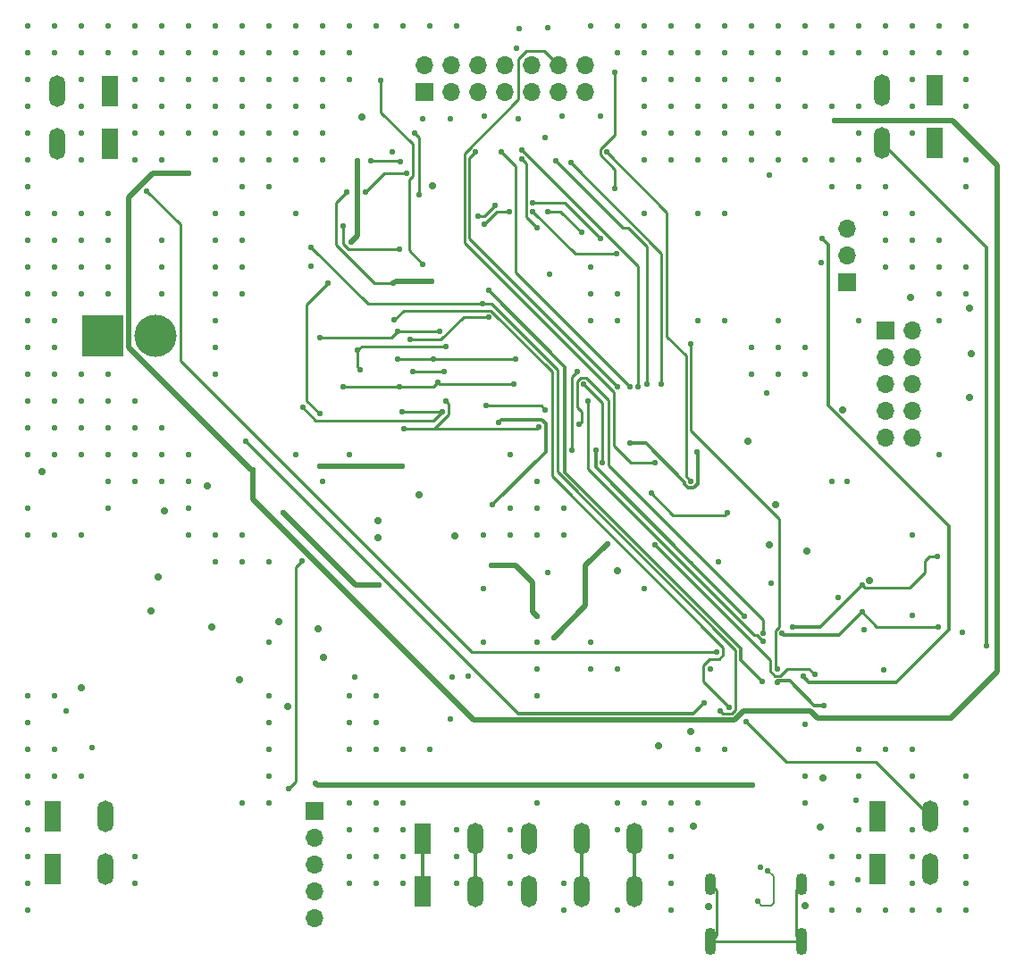
<source format=gbr>
%TF.GenerationSoftware,KiCad,Pcbnew,7.0.8*%
%TF.CreationDate,2023-11-24T11:58:06+01:00*%
%TF.ProjectId,menelaos-rev3,6d656e65-6c61-46f7-932d-726576332e6b,rev?*%
%TF.SameCoordinates,Original*%
%TF.FileFunction,Copper,L4,Bot*%
%TF.FilePolarity,Positive*%
%FSLAX46Y46*%
G04 Gerber Fmt 4.6, Leading zero omitted, Abs format (unit mm)*
G04 Created by KiCad (PCBNEW 7.0.8) date 2023-11-24 11:58:06*
%MOMM*%
%LPD*%
G01*
G04 APERTURE LIST*
%TA.AperFunction,ComponentPad*%
%ADD10R,1.500000X3.000000*%
%TD*%
%TA.AperFunction,ComponentPad*%
%ADD11O,1.500000X3.000000*%
%TD*%
%TA.AperFunction,ComponentPad*%
%ADD12R,1.700000X1.700000*%
%TD*%
%TA.AperFunction,ComponentPad*%
%ADD13O,1.700000X1.700000*%
%TD*%
%TA.AperFunction,ComponentPad*%
%ADD14R,4.000000X4.000000*%
%TD*%
%TA.AperFunction,ComponentPad*%
%ADD15C,4.000000*%
%TD*%
%TA.AperFunction,ComponentPad*%
%ADD16O,1.100000X2.100000*%
%TD*%
%TA.AperFunction,ComponentPad*%
%ADD17O,1.100000X2.600000*%
%TD*%
%TA.AperFunction,ViaPad*%
%ADD18C,0.550000*%
%TD*%
%TA.AperFunction,ViaPad*%
%ADD19C,0.700000*%
%TD*%
%TA.AperFunction,Conductor*%
%ADD20C,0.500000*%
%TD*%
%TA.AperFunction,Conductor*%
%ADD21C,0.300000*%
%TD*%
%TA.AperFunction,Conductor*%
%ADD22C,0.293370*%
%TD*%
%TA.AperFunction,Conductor*%
%ADD23C,0.150000*%
%TD*%
G04 APERTURE END LIST*
D10*
%TO.P,J501,1*%
%TO.N,red*%
X227200000Y-127250000D03*
X227200000Y-132250000D03*
D11*
%TO.P,J501,2*%
%TO.N,white*%
X232200000Y-127250000D03*
X232200000Y-132250000D03*
%TO.P,J501,3*%
%TO.N,blue*%
X237200000Y-127250000D03*
X237200000Y-132250000D03*
%TO.P,J501,4*%
%TO.N,yellow*%
X242200000Y-127250000D03*
X242200000Y-132250000D03*
%TO.P,J501,5*%
%TO.N,black*%
X247200000Y-127250000D03*
X247200000Y-132250000D03*
%TD*%
D10*
%TO.P,J201,1,Pin_1*%
%TO.N,/power/POL-FET-D*%
X192150000Y-125150000D03*
X192150000Y-130150000D03*
D11*
%TO.P,J201,2,Pin_2*%
%TO.N,/power/PowerIn-*%
X197150000Y-125150000D03*
X197150000Y-130150000D03*
%TD*%
D10*
%TO.P,J601,1,Pin_1*%
%TO.N,GND*%
X197500000Y-61400000D03*
X197500000Y-56400000D03*
D11*
%TO.P,J601,2,Pin_2*%
%TO.N,_zero*%
X192500000Y-61400000D03*
X192500000Y-56400000D03*
%TD*%
D12*
%TO.P,J402,1,Pin_1*%
%TO.N,a*%
X227375000Y-56525000D03*
D13*
%TO.P,J402,2,Pin_2*%
%TO.N,b*%
X229915000Y-56525000D03*
%TO.P,J402,3,Pin_3*%
%TO.N,c*%
X232455000Y-56525000D03*
%TO.P,J402,4,Pin_4*%
%TO.N,d*%
X234995000Y-56525000D03*
%TO.P,J402,5,Pin_5*%
%TO.N,e*%
X237535000Y-56525000D03*
%TO.P,J402,6,Pin_6*%
%TO.N,f*%
X240075000Y-56525000D03*
%TO.P,J402,7,Pin_7*%
%TO.N,unconnected-(J402-Pin_7-Pad7)*%
X242615000Y-56525000D03*
%TO.P,J402,8,Pin_8*%
%TO.N,unconnected-(J402-Pin_8-Pad8)*%
X242615000Y-53985000D03*
%TO.P,J402,9,Pin_9*%
%TO.N,g*%
X240075000Y-53985000D03*
%TO.P,J402,10,Pin_10*%
%TO.N,dp*%
X237535000Y-53985000D03*
%TO.P,J402,11,Pin_11*%
%TO.N,ones*%
X234995000Y-53985000D03*
%TO.P,J402,12,Pin_12*%
%TO.N,tens*%
X232455000Y-53985000D03*
%TO.P,J402,13,Pin_13*%
%TO.N,hundreds*%
X229915000Y-53985000D03*
%TO.P,J402,14,Pin_14*%
%TO.N,thousands*%
X227375000Y-53985000D03*
%TD*%
D12*
%TO.P,J301,1,Pin_1*%
%TO.N,+3.3V*%
X271050000Y-79120000D03*
D13*
%TO.P,J301,2,Pin_2*%
%TO.N,GND*%
X273590000Y-79120000D03*
%TO.P,J301,3,Pin_3*%
X271050000Y-81660000D03*
%TO.P,J301,4,Pin_4*%
%TO.N,unconnected-(J301-Pin_4-Pad4)*%
X273590000Y-81660000D03*
%TO.P,J301,5,Pin_5*%
%TO.N,GND*%
X271050000Y-84200000D03*
%TO.P,J301,6,Pin_6*%
%TO.N,/mcu/CONN_NRST*%
X273590000Y-84200000D03*
%TO.P,J301,7,Pin_7*%
%TO.N,unconnected-(J301-Pin_7-Pad7)*%
X271050000Y-86740000D03*
%TO.P,J301,8,Pin_8*%
%TO.N,/mcu/CONN_SWO*%
X273590000Y-86740000D03*
%TO.P,J301,9,Pin_9*%
%TO.N,/mcu/CONN_SWCLK*%
X271050000Y-89280000D03*
%TO.P,J301,10,Pin_10*%
%TO.N,/mcu/CONN_SWDIO*%
X273590000Y-89280000D03*
%TD*%
D14*
%TO.P,C214,1*%
%TO.N,+3.3V*%
X196850000Y-79600000D03*
D15*
%TO.P,C214,2*%
%TO.N,GND*%
X201850000Y-79600000D03*
%TD*%
D12*
%TO.P,J303,1,Pin_1*%
%TO.N,GND*%
X216900000Y-124660000D03*
D13*
%TO.P,J303,2,Pin_2*%
X216900000Y-127200000D03*
%TO.P,J303,3,Pin_3*%
X216900000Y-129740000D03*
%TO.P,J303,4,Pin_4*%
X216900000Y-132280000D03*
%TO.P,J303,5,Pin_5*%
X216900000Y-134820000D03*
%TD*%
D12*
%TO.P,J401,1,Pin_1*%
%TO.N,blue*%
X267400000Y-74530000D03*
D13*
%TO.P,J401,2,Pin_2*%
%TO.N,/seven-segment-display/4017_TC*%
X267400000Y-71990000D03*
%TO.P,J401,3,Pin_3*%
%TO.N,GND*%
X267400000Y-69450000D03*
%TD*%
D10*
%TO.P,J602,1,Pin_1*%
%TO.N,GND*%
X270250000Y-125150000D03*
X270250000Y-130150000D03*
D11*
%TO.P,J602,2,Pin_2*%
%TO.N,_mode*%
X275250000Y-125150000D03*
X275250000Y-130150000D03*
%TD*%
D10*
%TO.P,J603,1,Pin_1*%
%TO.N,GND*%
X275650000Y-61300000D03*
X275650000Y-56300000D03*
D11*
%TO.P,J603,2,Pin_2*%
%TO.N,_config*%
X270650000Y-61300000D03*
X270650000Y-56300000D03*
%TD*%
D16*
%TO.P,J302,S1,SHIELD*%
%TO.N,unconnected-(J302-SHIELD-PadS1)*%
X254430000Y-131610000D03*
D17*
X254430000Y-136970000D03*
D16*
X263070000Y-131610000D03*
D17*
X263070000Y-136970000D03*
%TD*%
D18*
%TO.N,GND*%
X199865000Y-52755000D03*
X237965000Y-95935000D03*
X189705000Y-121335000D03*
D19*
X265100000Y-121500000D03*
D18*
X189705000Y-60375000D03*
X235425000Y-90855000D03*
X270850000Y-111300000D03*
X248125000Y-57835000D03*
X268400000Y-131200000D03*
X217645000Y-55295000D03*
X255745000Y-57835000D03*
X189705000Y-88315000D03*
X192245000Y-85775000D03*
X220185000Y-123875000D03*
X258285000Y-80695000D03*
X192245000Y-52755000D03*
X222725000Y-131495000D03*
D19*
X252800000Y-126100000D03*
D18*
X210025000Y-52755000D03*
X192245000Y-88315000D03*
X233800000Y-95600000D03*
X194785000Y-83235000D03*
X258285000Y-83235000D03*
X253205000Y-52755000D03*
X207485000Y-78155000D03*
X278605000Y-128955000D03*
X194785000Y-55295000D03*
X189705000Y-50215000D03*
X225265000Y-123875000D03*
X220185000Y-128955000D03*
X248125000Y-123875000D03*
X263365000Y-62915000D03*
X243045000Y-111175000D03*
X194785000Y-50215000D03*
X194785000Y-85775000D03*
X253205000Y-67995000D03*
X207485000Y-75615000D03*
D19*
X254300000Y-133700000D03*
D18*
X220185000Y-116255000D03*
X192245000Y-121335000D03*
X245585000Y-126415000D03*
X194785000Y-60375000D03*
D19*
X258000000Y-89600000D03*
D18*
X258285000Y-62915000D03*
X253205000Y-78155000D03*
X255745000Y-52755000D03*
X218200000Y-74600000D03*
X217645000Y-50215000D03*
X192245000Y-67995000D03*
X273525000Y-70535000D03*
X250665000Y-60375000D03*
X260825000Y-57835000D03*
D19*
X209800000Y-112200000D03*
D18*
X253205000Y-57835000D03*
X278605000Y-134035000D03*
X227805000Y-118795000D03*
X268445000Y-60375000D03*
X230345000Y-128955000D03*
X263400000Y-116400000D03*
X202405000Y-52755000D03*
X235425000Y-131495000D03*
X199865000Y-57835000D03*
X202405000Y-60375000D03*
X278605000Y-62915000D03*
X225265000Y-131495000D03*
D19*
X230200000Y-98600000D03*
D18*
X248125000Y-60375000D03*
X248125000Y-67995000D03*
X197325000Y-75615000D03*
X212565000Y-101015000D03*
D19*
X226850000Y-94650000D03*
D18*
X268445000Y-121335000D03*
X194785000Y-90855000D03*
X199865000Y-88315000D03*
X260825000Y-50215000D03*
X240505000Y-95935000D03*
X189705000Y-52755000D03*
X194785000Y-70535000D03*
D19*
X213500000Y-106700000D03*
D18*
X210025000Y-62915000D03*
X194785000Y-62915000D03*
X270985000Y-50215000D03*
X192245000Y-118795000D03*
X199865000Y-85775000D03*
X273525000Y-57835000D03*
X189705000Y-134035000D03*
X202405000Y-75615000D03*
X189705000Y-80695000D03*
X278605000Y-65455000D03*
X230345000Y-50215000D03*
X194785000Y-121335000D03*
X217645000Y-60375000D03*
D19*
X263600000Y-100000000D03*
D18*
X268445000Y-50215000D03*
X202405000Y-73075000D03*
X258285000Y-60375000D03*
X253205000Y-62915000D03*
X273525000Y-55295000D03*
X222725000Y-126415000D03*
X210025000Y-123875000D03*
X276065000Y-70535000D03*
X258285000Y-55295000D03*
X260825000Y-80695000D03*
X229800000Y-59000000D03*
X189705000Y-65455000D03*
X278605000Y-121335000D03*
X217645000Y-62915000D03*
X235425000Y-126415000D03*
X260171646Y-103028354D03*
X278605000Y-126415000D03*
X220185000Y-52755000D03*
X278605000Y-55295000D03*
X189705000Y-62915000D03*
X273525000Y-73075000D03*
X210025000Y-50215000D03*
D19*
X202700000Y-96200000D03*
D18*
X192245000Y-80695000D03*
X260825000Y-62915000D03*
X189705000Y-78155000D03*
X210025000Y-98475000D03*
D19*
X191100000Y-92500000D03*
D18*
X189705000Y-73075000D03*
D19*
X217800000Y-110100000D03*
X279000000Y-77000000D03*
D18*
X237965000Y-113715000D03*
X197325000Y-85775000D03*
X278605000Y-73075000D03*
X199865000Y-90855000D03*
D19*
X222900000Y-98700000D03*
D18*
X210025000Y-67995000D03*
X273525000Y-67995000D03*
X250665000Y-62915000D03*
X255745000Y-118795000D03*
X236050000Y-52300000D03*
X212565000Y-123875000D03*
X210025000Y-60375000D03*
X207485000Y-73075000D03*
X189705000Y-128955000D03*
X207485000Y-83235000D03*
X273525000Y-60375000D03*
X212565000Y-60375000D03*
D19*
X202100000Y-102500000D03*
D18*
X202405000Y-90855000D03*
X192245000Y-50215000D03*
X265905000Y-134035000D03*
X207485000Y-55295000D03*
X215105000Y-60375000D03*
X202405000Y-50215000D03*
X250665000Y-126415000D03*
X192245000Y-70535000D03*
X199865000Y-128955000D03*
X204945000Y-95935000D03*
X189705000Y-90855000D03*
X212565000Y-65455000D03*
X199865000Y-93395000D03*
X238800000Y-60800000D03*
X278605000Y-75615000D03*
X243045000Y-108635000D03*
X273525000Y-126415000D03*
X259800000Y-85000000D03*
X245585000Y-78155000D03*
X220185000Y-113715000D03*
X207485000Y-80695000D03*
X263365000Y-121335000D03*
X220185000Y-118795000D03*
X267400000Y-93400000D03*
X234400000Y-87778815D03*
X193400000Y-115200000D03*
X189705000Y-57835000D03*
X192245000Y-75615000D03*
X276065000Y-50215000D03*
X210025000Y-73075000D03*
X217645000Y-93395000D03*
X232885000Y-103555000D03*
X199865000Y-50215000D03*
X268445000Y-78155000D03*
X197325000Y-70535000D03*
X237965000Y-93395000D03*
X225265000Y-50215000D03*
X248125000Y-52755000D03*
D19*
X222900000Y-97162500D03*
D18*
X253205000Y-50215000D03*
X222725000Y-123875000D03*
X189705000Y-131495000D03*
X253205000Y-60375000D03*
X215105000Y-57835000D03*
X270985000Y-118795000D03*
X221000000Y-63000000D03*
X220185000Y-55295000D03*
X250665000Y-50215000D03*
X207485000Y-70535000D03*
X255745000Y-60375000D03*
X245585000Y-111175000D03*
X248125000Y-50215000D03*
X204945000Y-52755000D03*
D19*
X214400000Y-114700000D03*
D18*
X268445000Y-118795000D03*
X220185000Y-131495000D03*
X276065000Y-90855000D03*
X230345000Y-126415000D03*
D19*
X267000000Y-86600000D03*
D18*
X202405000Y-70535000D03*
X199865000Y-62915000D03*
X248125000Y-55295000D03*
X197325000Y-88315000D03*
X212565000Y-62915000D03*
X255745000Y-55295000D03*
X250665000Y-52755000D03*
X270985000Y-134035000D03*
X189705000Y-95935000D03*
X197325000Y-52755000D03*
X212565000Y-116255000D03*
D19*
X245600000Y-101900000D03*
X206800000Y-93800000D03*
X278950000Y-85450000D03*
D18*
X210025000Y-55295000D03*
X248125000Y-62915000D03*
X231450000Y-111850000D03*
X270985000Y-73075000D03*
X197325000Y-73075000D03*
X276065000Y-134035000D03*
X270985000Y-52755000D03*
X268445000Y-52755000D03*
X207485000Y-101015000D03*
X197325000Y-67995000D03*
X194785000Y-75615000D03*
X260000000Y-64400000D03*
X278605000Y-57835000D03*
X239000000Y-102000000D03*
X204945000Y-98475000D03*
D19*
X263400000Y-133650000D03*
X249500000Y-118500000D03*
D18*
X278605000Y-123875000D03*
X253205000Y-118795000D03*
X265905000Y-131495000D03*
X199865000Y-131495000D03*
X189705000Y-83235000D03*
X220185000Y-90855000D03*
X215105000Y-67995000D03*
X254400000Y-111200000D03*
X192245000Y-73075000D03*
X260825000Y-60375000D03*
X273525000Y-50215000D03*
X204945000Y-57835000D03*
X194785000Y-88315000D03*
X189705000Y-116255000D03*
X276065000Y-73075000D03*
X204945000Y-55295000D03*
X207485000Y-98475000D03*
X255200000Y-101000000D03*
X230345000Y-131495000D03*
X273525000Y-131495000D03*
X202405000Y-55295000D03*
X263365000Y-80695000D03*
X189705000Y-126415000D03*
X239200000Y-73800000D03*
X260825000Y-78155000D03*
X202405000Y-88315000D03*
X192245000Y-113715000D03*
X225265000Y-128955000D03*
X237965000Y-98475000D03*
X222725000Y-113715000D03*
X189705000Y-113715000D03*
X270985000Y-70535000D03*
D19*
X264862500Y-126150000D03*
D18*
X265905000Y-50215000D03*
D19*
X221400000Y-58900000D03*
D18*
X237965000Y-108635000D03*
D19*
X217300000Y-107400000D03*
D18*
X222725000Y-116255000D03*
X197325000Y-90855000D03*
X202405000Y-57835000D03*
X207485000Y-62915000D03*
X225265000Y-126415000D03*
X210025000Y-101015000D03*
X199865000Y-60375000D03*
X273525000Y-52755000D03*
X273525000Y-106095000D03*
X258285000Y-52755000D03*
X255745000Y-50215000D03*
X263365000Y-57835000D03*
X265905000Y-52755000D03*
D19*
X228100000Y-65400000D03*
D18*
X189705000Y-70535000D03*
X189705000Y-98475000D03*
X278605000Y-50215000D03*
X240505000Y-131495000D03*
X212565000Y-121335000D03*
X245585000Y-75615000D03*
X266558411Y-104441589D03*
X235425000Y-98475000D03*
X189705000Y-55295000D03*
X245585000Y-52755000D03*
X273525000Y-134035000D03*
X215105000Y-50215000D03*
X250665000Y-134035000D03*
X207485000Y-52755000D03*
X264950000Y-72650000D03*
X194785000Y-98475000D03*
X253205000Y-123875000D03*
X215105000Y-90855000D03*
X189705000Y-118795000D03*
X227200000Y-59000000D03*
X250665000Y-131495000D03*
X265905000Y-93395000D03*
X220185000Y-50215000D03*
X268445000Y-126415000D03*
X263365000Y-83235000D03*
X192245000Y-78155000D03*
D19*
X279166972Y-81316972D03*
D18*
X278605000Y-131495000D03*
X222725000Y-50215000D03*
X260825000Y-55295000D03*
X268445000Y-134035000D03*
X270985000Y-65455000D03*
X204945000Y-50215000D03*
X250665000Y-57835000D03*
X210025000Y-65455000D03*
X189705000Y-67995000D03*
X197325000Y-93395000D03*
X192245000Y-83235000D03*
X250665000Y-55295000D03*
X273525000Y-121335000D03*
X197325000Y-95935000D03*
X237965000Y-123875000D03*
X245585000Y-134035000D03*
X263365000Y-50215000D03*
X255745000Y-78155000D03*
X243045000Y-50215000D03*
X269000000Y-107450000D03*
X222725000Y-128955000D03*
D19*
X260600000Y-95600000D03*
D18*
X222725000Y-118795000D03*
X192245000Y-98475000D03*
X268445000Y-65455000D03*
D19*
X260000000Y-99400000D03*
D18*
X276065000Y-52755000D03*
X212565000Y-113715000D03*
X215105000Y-52755000D03*
X243045000Y-78155000D03*
X229750000Y-115900000D03*
X227805000Y-50215000D03*
X215105000Y-62915000D03*
X194785000Y-67995000D03*
X194785000Y-52755000D03*
X212565000Y-118795000D03*
X245585000Y-123875000D03*
X265905000Y-65455000D03*
X245585000Y-50215000D03*
D19*
X201400000Y-105700000D03*
D18*
X195800000Y-118600000D03*
X220185000Y-126415000D03*
X268200000Y-123600000D03*
X273525000Y-98475000D03*
X265905000Y-57835000D03*
X189705000Y-123875000D03*
X202405000Y-62915000D03*
X255745000Y-67995000D03*
X199865000Y-55295000D03*
X276065000Y-75615000D03*
X268445000Y-128955000D03*
X194785000Y-57835000D03*
X216600000Y-73000000D03*
D19*
X273400000Y-76000000D03*
D18*
X273525000Y-128955000D03*
X212565000Y-50215000D03*
X250665000Y-123875000D03*
X250665000Y-128955000D03*
X278605000Y-52755000D03*
X244000000Y-58800000D03*
X212565000Y-55295000D03*
X225265000Y-118795000D03*
X232885000Y-98475000D03*
X207485000Y-67995000D03*
X258285000Y-57835000D03*
X236300000Y-50450000D03*
X259200000Y-130000000D03*
X239000000Y-50400000D03*
D19*
X194800000Y-113000000D03*
D18*
X217400000Y-87000000D03*
X278300000Y-107700000D03*
X202405000Y-93395000D03*
X230000000Y-111950000D03*
X204945000Y-93395000D03*
X268445000Y-62915000D03*
X263365000Y-52755000D03*
X207485000Y-50215000D03*
X253205000Y-55295000D03*
X217645000Y-57835000D03*
X217645000Y-52755000D03*
X263365000Y-123875000D03*
X273525000Y-118795000D03*
X248125000Y-103555000D03*
X260825000Y-52755000D03*
D19*
X269500000Y-102800000D03*
D18*
X235425000Y-95935000D03*
X255745000Y-62915000D03*
X212565000Y-52755000D03*
X224300000Y-62200000D03*
X260825000Y-83235000D03*
X232885000Y-108635000D03*
X204945000Y-90855000D03*
X189705000Y-85775000D03*
X210025000Y-75615000D03*
X268445000Y-57835000D03*
X189705000Y-75615000D03*
X237965000Y-111175000D03*
X215105000Y-55295000D03*
X240505000Y-98475000D03*
D19*
X252600000Y-117100000D03*
D18*
X210025000Y-70535000D03*
X243045000Y-75615000D03*
X207485000Y-60375000D03*
X212565000Y-57835000D03*
X240400000Y-58800000D03*
X236200000Y-59000000D03*
X220355000Y-70755000D03*
X204945000Y-60375000D03*
X192245000Y-90855000D03*
X265905000Y-62915000D03*
X240505000Y-134035000D03*
X258285000Y-50215000D03*
D19*
X207200000Y-107200000D03*
D18*
X243045000Y-73075000D03*
X270985000Y-67995000D03*
X212565000Y-108635000D03*
X276065000Y-78155000D03*
X194785000Y-73075000D03*
X197325000Y-83235000D03*
X235425000Y-128955000D03*
X197325000Y-50215000D03*
X265905000Y-128955000D03*
X210025000Y-57835000D03*
X207485000Y-57835000D03*
X220750000Y-111950000D03*
X233000000Y-58800000D03*
%TO.N,VBUS*%
X256100000Y-122200000D03*
X217000000Y-122000000D03*
X258400000Y-122200000D03*
%TO.N,blue*%
X220000000Y-66000000D03*
X214450000Y-122550000D03*
X215700000Y-100950000D03*
X228000000Y-74400000D03*
X233700000Y-101400000D03*
X224400000Y-74600000D03*
X238000000Y-106200000D03*
%TO.N,+3.3V*%
X276024500Y-107200000D03*
X223000000Y-103200000D03*
X214000000Y-96400000D03*
X268800000Y-105800000D03*
X261200000Y-107800000D03*
%TO.N,+3.3VA*%
X217400000Y-92000000D03*
X266200000Y-59200000D03*
X211096192Y-92303808D03*
X205000000Y-64200000D03*
X225200000Y-92000000D03*
X277200000Y-115800000D03*
%TO.N,/mcu/NRST*%
X268819292Y-103265233D03*
X262200000Y-107200000D03*
X275950000Y-100500000D03*
%TO.N,ones*%
X245400000Y-54600000D03*
X245400000Y-65600000D03*
%TO.N,tens*%
X227200000Y-72800000D03*
X223200000Y-55400000D03*
%TO.N,hundreds*%
X226800000Y-66200000D03*
X226400000Y-60400000D03*
%TO.N,thousands*%
X238000000Y-69400000D03*
X236534098Y-62812587D03*
%TO.N,_zero*%
X201000000Y-65850000D03*
X255000000Y-109600000D03*
%TO.N,_mode*%
X257800000Y-116200000D03*
%TO.N,_config*%
X280600000Y-109000000D03*
X260800000Y-112442870D03*
X265200000Y-114621185D03*
%TO.N,_save*%
X239600000Y-108200000D03*
X264322016Y-111708685D03*
X244700000Y-99300000D03*
X249160755Y-99439245D03*
%TO.N,_clk*%
X265050000Y-70400000D03*
X263200000Y-111900000D03*
%TO.N,_a1*%
X233400000Y-77850000D03*
X226000000Y-79978815D03*
X260800000Y-111200000D03*
X252600000Y-80400000D03*
%TO.N,_a2*%
X257639245Y-106160755D03*
X229400000Y-80600000D03*
X241793255Y-83006745D03*
X221000000Y-80988815D03*
X221200000Y-82800000D03*
X241284945Y-90400000D03*
X243554315Y-90400000D03*
%TO.N,_a3*%
X226200000Y-83000000D03*
X229200000Y-83000000D03*
X259400000Y-108600000D03*
X242800000Y-85800000D03*
%TO.N,_a4*%
X229400000Y-85800000D03*
X238200000Y-88200000D03*
X225400000Y-88400000D03*
X242000000Y-88000000D03*
X259439245Y-107760755D03*
%TO.N,/mcu/USB_CONN_D-*%
X259870375Y-130335188D03*
X258878815Y-133224500D03*
%TO.N,_thousands*%
X253800000Y-114400000D03*
X210400000Y-89600000D03*
%TO.N,/seven-segment-display/BCD_out1*%
X224800000Y-79200000D03*
X228800000Y-79200000D03*
X217400000Y-79800000D03*
%TO.N,/seven-segment-display/BCD_out2*%
X256000000Y-96400000D03*
X236000000Y-81800000D03*
X248800000Y-94495500D03*
X224800000Y-81800000D03*
X228200000Y-81800000D03*
%TO.N,/seven-segment-display/BCD_out3*%
X242400000Y-84200000D03*
X219600000Y-84400000D03*
X228600000Y-84000000D03*
X244175500Y-91600000D03*
X225000000Y-84400000D03*
X235800000Y-84200000D03*
%TO.N,/seven-segment-display/BCD_out4*%
X225200000Y-86800000D03*
X238800000Y-86600000D03*
X253200000Y-90600000D03*
X229000000Y-86800000D03*
X215800000Y-86400000D03*
X246800000Y-89800000D03*
X233200000Y-86200000D03*
%TO.N,_ones*%
X256200000Y-114800000D03*
X224485201Y-78114799D03*
%TO.N,/seven-segment-display/COUNT_1*%
X237600000Y-67000000D03*
X244000000Y-70400000D03*
X221724500Y-66000000D03*
X225600000Y-64164500D03*
%TO.N,/seven-segment-display/COUNT_0*%
X225050000Y-63100000D03*
X222250000Y-63000000D03*
%TO.N,/seven-segment-display/COUNT_2*%
X233000000Y-69000000D03*
X245560755Y-71839245D03*
X237600000Y-67800000D03*
X219600000Y-69200000D03*
X225000000Y-71400000D03*
X235357130Y-67800000D03*
%TO.N,/seven-segment-display/COUNT_3*%
X232378255Y-68221745D03*
X239000000Y-67800000D03*
X234000000Y-67200000D03*
X242200000Y-69800000D03*
%TO.N,_tens*%
X216600000Y-71200000D03*
X255400000Y-115200000D03*
X232800000Y-76578815D03*
%TO.N,_hundreds*%
X233400000Y-75297157D03*
X259378307Y-112361259D03*
%TO.N,e*%
X249800000Y-84200000D03*
X241200000Y-63200000D03*
%TO.N,d*%
X239800000Y-63000000D03*
X248400000Y-84200000D03*
%TO.N,c*%
X236600000Y-62000000D03*
X247600000Y-84400000D03*
%TO.N,b*%
X246800000Y-84400000D03*
X234600000Y-62125500D03*
%TO.N,a*%
X232200000Y-62125500D03*
X245600000Y-84400000D03*
%TO.N,g*%
X249200000Y-91600000D03*
%TO.N,f*%
X244600000Y-62200000D03*
X252600000Y-93400000D03*
%TD*%
D20*
%TO.N,GND*%
X221000000Y-70110000D02*
X220355000Y-70755000D01*
D21*
X238825000Y-87941116D02*
X238825000Y-90575000D01*
D22*
X217400000Y-87000000D02*
X216200000Y-85800000D01*
D20*
X221000000Y-63000000D02*
X221000000Y-70110000D01*
D21*
X234603815Y-87575000D02*
X238458884Y-87575000D01*
D22*
X216200000Y-85800000D02*
X216200000Y-76600000D01*
D21*
X238825000Y-90575000D02*
X233800000Y-95600000D01*
X234400000Y-87778815D02*
X234603815Y-87575000D01*
X238458884Y-87575000D02*
X238825000Y-87941116D01*
D22*
X216200000Y-76600000D02*
X218200000Y-74600000D01*
D20*
%TO.N,VBUS*%
X258400000Y-122200000D02*
X256100000Y-122200000D01*
X256100000Y-122200000D02*
X217200000Y-122200000D01*
X217200000Y-122200000D02*
X217000000Y-122000000D01*
D22*
%TO.N,blue*%
X215150000Y-101500000D02*
X215700000Y-100950000D01*
X218978315Y-70955241D02*
X222623074Y-74600000D01*
D20*
X224600000Y-74400000D02*
X224400000Y-74600000D01*
D22*
X214450000Y-122550000D02*
X215150000Y-121850000D01*
D20*
X237600000Y-105800000D02*
X237600000Y-103000000D01*
X236000000Y-101400000D02*
X233700000Y-101400000D01*
D22*
X222623074Y-74600000D02*
X224400000Y-74600000D01*
D20*
X237600000Y-103000000D02*
X236000000Y-101400000D01*
D22*
X218978315Y-67021685D02*
X218978315Y-70955241D01*
D20*
X228000000Y-74400000D02*
X224600000Y-74400000D01*
D22*
X220000000Y-66000000D02*
X218978315Y-67021685D01*
D20*
X238000000Y-106200000D02*
X237600000Y-105800000D01*
D22*
X215150000Y-121850000D02*
X215150000Y-101500000D01*
D21*
%TO.N,+3.3V*%
X266600000Y-108000000D02*
X268800000Y-105800000D01*
X261400000Y-108000000D02*
X266600000Y-108000000D01*
D22*
X276024500Y-107200000D02*
X270200000Y-107200000D01*
X270200000Y-107200000D02*
X268800000Y-105800000D01*
D20*
X214000000Y-96400000D02*
X220800000Y-103200000D01*
D21*
X261200000Y-107800000D02*
X261400000Y-108000000D01*
D20*
X220800000Y-103200000D02*
X223000000Y-103200000D01*
%TO.N,+3.3VA*%
X211096192Y-92303808D02*
X210950000Y-92303808D01*
X199350000Y-66474695D02*
X201624695Y-64200000D01*
X277200000Y-115800000D02*
X264600000Y-115800000D01*
X210950000Y-92303808D02*
X199350000Y-80703808D01*
X263950000Y-115150000D02*
X257573036Y-115150000D01*
X277200000Y-115800000D02*
X281600000Y-111400000D01*
X257573036Y-115150000D02*
X256704666Y-116018370D01*
X232018370Y-116018370D02*
X211096192Y-95096192D01*
X199350000Y-80703808D02*
X199350000Y-66474695D01*
X281600000Y-63400000D02*
X277400000Y-59200000D01*
X201624695Y-64200000D02*
X205000000Y-64200000D01*
X264600000Y-115800000D02*
X263950000Y-115150000D01*
X225200000Y-92000000D02*
X217400000Y-92000000D01*
X281600000Y-111400000D02*
X281600000Y-63400000D01*
X256704666Y-116018370D02*
X232018370Y-116018370D01*
X211096192Y-95096192D02*
X211096192Y-92303808D01*
X277400000Y-59200000D02*
X266200000Y-59200000D01*
D22*
%TO.N,/mcu/NRST*%
X275950000Y-100500000D02*
X275150000Y-100500000D01*
X273303315Y-103496685D02*
X269050744Y-103496685D01*
D21*
X262200000Y-107200000D02*
X264884525Y-107200000D01*
X264884525Y-107200000D02*
X268819292Y-103265233D01*
D22*
X269050744Y-103496685D02*
X268819292Y-103265233D01*
X274750000Y-102050000D02*
X273303315Y-103496685D01*
X275150000Y-100500000D02*
X274750000Y-100900000D01*
X274750000Y-100900000D02*
X274750000Y-102050000D01*
%TO.N,ones*%
X245400000Y-60520804D02*
X245400000Y-54600000D01*
X243978315Y-62457511D02*
X243978315Y-61942489D01*
X243978315Y-61942489D02*
X245400000Y-60520804D01*
X245400000Y-65600000D02*
X245400000Y-63879196D01*
X245400000Y-63879196D02*
X243978315Y-62457511D01*
%TO.N,tens*%
X227200000Y-72800000D02*
X225857511Y-71457511D01*
X223200000Y-58400000D02*
X223200000Y-55400000D01*
X225857511Y-71457511D02*
X225857511Y-64786185D01*
X225857511Y-64786185D02*
X226221685Y-64422011D01*
X226221685Y-64422011D02*
X226221685Y-61421685D01*
X226221685Y-61421685D02*
X223200000Y-58400000D01*
%TO.N,hundreds*%
X226800000Y-66200000D02*
X226800000Y-60800000D01*
X226800000Y-60800000D02*
X226400000Y-60400000D01*
%TO.N,thousands*%
X238000000Y-69400000D02*
X236978315Y-68378315D01*
X236978315Y-63256804D02*
X236534098Y-62812587D01*
X236978315Y-68378315D02*
X236978315Y-63256804D01*
D21*
%TO.N,red*%
X227200000Y-127250000D02*
X227200000Y-132250000D01*
%TO.N,white*%
X232200000Y-127250000D02*
X232200000Y-132250000D01*
%TO.N,yellow*%
X242200000Y-132250000D02*
X242200000Y-127250000D01*
%TO.N,black*%
X247200000Y-127250000D02*
X247200000Y-132250000D01*
D22*
%TO.N,_zero*%
X204196685Y-69046685D02*
X201000000Y-65850000D01*
X204196685Y-81996685D02*
X204196685Y-69046685D01*
X255000000Y-109600000D02*
X231800000Y-109600000D01*
X231800000Y-109600000D02*
X204196685Y-81996685D01*
%TO.N,_mode*%
X257800000Y-116200000D02*
X261600000Y-120000000D01*
X270100000Y-120000000D02*
X275250000Y-125150000D01*
X261600000Y-120000000D02*
X270100000Y-120000000D01*
D21*
%TO.N,_config*%
X261966898Y-112318370D02*
X264269713Y-114621185D01*
X260800000Y-112318370D02*
X261966898Y-112318370D01*
D22*
X260800000Y-112318370D02*
X260800000Y-112442870D01*
D21*
X264269713Y-114621185D02*
X265200000Y-114621185D01*
X280600000Y-71250000D02*
X280600000Y-109000000D01*
X270650000Y-61300000D02*
X280600000Y-71250000D01*
D20*
%TO.N,_save*%
X244700000Y-99300000D02*
X242600000Y-101400000D01*
D22*
X260542489Y-111821685D02*
X260084945Y-111364141D01*
X260084945Y-111364141D02*
X260084945Y-110363435D01*
X261057511Y-111821685D02*
X260542489Y-111821685D01*
D20*
X242600000Y-101400000D02*
X242600000Y-105200000D01*
D22*
X264322016Y-111708685D02*
X263763331Y-111150000D01*
D20*
X242600000Y-105200000D02*
X239600000Y-108200000D01*
D22*
X263763331Y-111150000D02*
X261729196Y-111150000D01*
X260084945Y-110363435D02*
X249160755Y-99439245D01*
X261729196Y-111150000D02*
X261057511Y-111821685D01*
D21*
%TO.N,_clk*%
X265625000Y-70975000D02*
X265050000Y-70400000D01*
X277025000Y-97614950D02*
X265625000Y-86214950D01*
X263200000Y-111900000D02*
X263742870Y-112442870D01*
X272041014Y-112442870D02*
X277025000Y-107458884D01*
X277025000Y-107458884D02*
X277025000Y-97614950D01*
X265625000Y-86214950D02*
X265625000Y-70975000D01*
X263742870Y-112442870D02*
X272041014Y-112442870D01*
D22*
%TO.N,_a1*%
X260942489Y-96927751D02*
X252600000Y-88585262D01*
X252600000Y-88585262D02*
X252600000Y-80400000D01*
X228900381Y-79978815D02*
X231029196Y-77850000D01*
X260800000Y-111200000D02*
X260578315Y-110978315D01*
X260942489Y-107178315D02*
X260942489Y-96927751D01*
X260578315Y-107542489D02*
X260942489Y-107178315D01*
X226000000Y-79978815D02*
X228900381Y-79978815D01*
X231029196Y-77850000D02*
X233400000Y-77850000D01*
X260578315Y-110978315D02*
X260578315Y-107542489D01*
D21*
%TO.N,_a2*%
X243550500Y-92072010D02*
X243550500Y-90403815D01*
X257639245Y-106160755D02*
X252667509Y-101189019D01*
D22*
X221000000Y-80988815D02*
X221388815Y-80600000D01*
X221388815Y-80600000D02*
X229400000Y-80600000D01*
X221000000Y-80988815D02*
X221000000Y-82600000D01*
X241284945Y-90400000D02*
X241284945Y-83515055D01*
D21*
X243550500Y-90403815D02*
X243554315Y-90400000D01*
X252667509Y-101189019D02*
X252667509Y-101122441D01*
D22*
X241284945Y-83515055D02*
X241793255Y-83006745D01*
D21*
X252667509Y-101189019D02*
X243550500Y-92072010D01*
D22*
X221000000Y-82600000D02*
X221200000Y-82800000D01*
%TO.N,_a3*%
X258800000Y-108000000D02*
X258600000Y-108000000D01*
X259400000Y-108600000D02*
X258800000Y-108000000D01*
X226200000Y-83000000D02*
X229200000Y-83000000D01*
X258600000Y-108000000D02*
X242800000Y-92200000D01*
X242800000Y-92200000D02*
X242800000Y-85800000D01*
%TO.N,_a4*%
X259439245Y-107760755D02*
X259439245Y-106499571D01*
X259439245Y-106499571D02*
X244797185Y-91857511D01*
X244797185Y-91857511D02*
X244797185Y-85717989D01*
X241778315Y-86378315D02*
X242200000Y-86800000D01*
X242200000Y-87800000D02*
X242000000Y-88000000D01*
X229621685Y-87057511D02*
X229621685Y-86021685D01*
X225400000Y-88400000D02*
X228279196Y-88400000D01*
X238000000Y-88400000D02*
X238200000Y-88200000D01*
X228279196Y-88400000D02*
X238000000Y-88400000D01*
X241778315Y-83942489D02*
X241778315Y-86378315D01*
X228279196Y-88400000D02*
X229621685Y-87057511D01*
X242200000Y-86800000D02*
X242200000Y-87800000D01*
X242657511Y-83578315D02*
X242142489Y-83578315D01*
X244797185Y-85717989D02*
X242657511Y-83578315D01*
X229621685Y-86021685D02*
X229400000Y-85800000D01*
X242142489Y-83578315D02*
X241778315Y-83942489D01*
D23*
%TO.N,/mcu/USB_CONN_D-*%
X258878815Y-133224500D02*
X259254315Y-133600000D01*
X260400000Y-130864813D02*
X259870375Y-130335188D01*
X259254315Y-133600000D02*
X260200000Y-133600000D01*
X260200000Y-133600000D02*
X260400000Y-133400000D01*
X260400000Y-133400000D02*
X260400000Y-130864813D01*
D21*
%TO.N,_thousands*%
X252781630Y-115418370D02*
X236218370Y-115418370D01*
X236218370Y-115418370D02*
X210400000Y-89600000D01*
X253800000Y-114400000D02*
X252781630Y-115418370D01*
D22*
%TO.N,/seven-segment-display/BCD_out1*%
X224800000Y-79200000D02*
X228800000Y-79200000D01*
X224200000Y-79800000D02*
X224800000Y-79200000D01*
X217400000Y-79800000D02*
X224200000Y-79800000D01*
%TO.N,/seven-segment-display/BCD_out2*%
X248800000Y-94495500D02*
X250904500Y-96600000D01*
X255800000Y-96600000D02*
X256000000Y-96400000D01*
X251200000Y-96600000D02*
X255800000Y-96600000D01*
X250904500Y-96600000D02*
X251200000Y-96600000D01*
X228200000Y-81800000D02*
X224800000Y-81800000D01*
X228200000Y-81800000D02*
X236000000Y-81800000D01*
%TO.N,/seven-segment-display/BCD_out3*%
X244175500Y-91600000D02*
X244175500Y-85975500D01*
X219600000Y-84400000D02*
X225000000Y-84400000D01*
X228200000Y-84400000D02*
X228600000Y-84000000D01*
X228800000Y-84200000D02*
X228600000Y-84000000D01*
X235800000Y-84200000D02*
X228800000Y-84200000D01*
X244175500Y-85975500D02*
X242400000Y-84200000D01*
X225000000Y-84400000D02*
X228200000Y-84400000D01*
D21*
%TO.N,/seven-segment-display/BCD_out4*%
X253225000Y-90625000D02*
X253200000Y-90600000D01*
D22*
X228178315Y-87621685D02*
X229000000Y-86800000D01*
X215800000Y-86400000D02*
X217021685Y-87621685D01*
D21*
X252858884Y-94025000D02*
X253225000Y-93658884D01*
X252341116Y-94025000D02*
X252858884Y-94025000D01*
D22*
X217021685Y-87621685D02*
X228178315Y-87621685D01*
D21*
X251975000Y-93658884D02*
X252341116Y-94025000D01*
X248297581Y-89800000D02*
X251975000Y-93477419D01*
D22*
X238400000Y-86200000D02*
X238800000Y-86600000D01*
D21*
X251975000Y-93477419D02*
X251975000Y-93658884D01*
D22*
X233200000Y-86200000D02*
X238400000Y-86200000D01*
X229000000Y-86800000D02*
X225200000Y-86800000D01*
D21*
X246800000Y-89800000D02*
X248297581Y-89800000D01*
X253225000Y-93658884D02*
X253225000Y-90625000D01*
D22*
%TO.N,_ones*%
X239421685Y-92915055D02*
X239421685Y-82992489D01*
X255621685Y-109857511D02*
X255621685Y-109115055D01*
X225400000Y-77200000D02*
X224485201Y-78114799D01*
X255621685Y-109115055D02*
X239421685Y-92915055D01*
X233629196Y-77200000D02*
X225400000Y-77200000D01*
X254378315Y-110221685D02*
X255257511Y-110221685D01*
X255257511Y-110221685D02*
X255621685Y-109857511D01*
X253778315Y-112378315D02*
X253778315Y-110821685D01*
X256200000Y-114800000D02*
X253778315Y-112378315D01*
X239421685Y-82992489D02*
X233629196Y-77200000D01*
X253778315Y-110821685D02*
X254378315Y-110221685D01*
%TO.N,/seven-segment-display/COUNT_1*%
X223560000Y-64164500D02*
X221724500Y-66000000D01*
X237600000Y-67000000D02*
X240600000Y-67000000D01*
X240600000Y-67000000D02*
X244000000Y-70400000D01*
X225600000Y-64164500D02*
X223560000Y-64164500D01*
%TO.N,/seven-segment-display/COUNT_0*%
X224950000Y-63000000D02*
X225050000Y-63100000D01*
X222250000Y-63000000D02*
X224950000Y-63000000D01*
%TO.N,/seven-segment-display/COUNT_2*%
X241639245Y-71839245D02*
X245560755Y-71839245D01*
X225000000Y-71400000D02*
X220120804Y-71400000D01*
X234200000Y-67800000D02*
X233000000Y-69000000D01*
X219600000Y-70879196D02*
X219600000Y-69200000D01*
X220120804Y-71400000D02*
X219600000Y-70879196D01*
X237600000Y-67800000D02*
X241639245Y-71839245D01*
X235357130Y-67800000D02*
X234200000Y-67800000D01*
%TO.N,/seven-segment-display/COUNT_3*%
X240200000Y-67800000D02*
X239000000Y-67800000D01*
X232978255Y-68221745D02*
X234000000Y-67200000D01*
X232378255Y-68221745D02*
X232978255Y-68221745D01*
X242200000Y-69800000D02*
X240200000Y-67800000D01*
%TO.N,_tens*%
X232800000Y-76578815D02*
X221978815Y-76578815D01*
X255621685Y-115421685D02*
X256457511Y-115421685D01*
X255400000Y-115200000D02*
X255621685Y-115421685D01*
X239915055Y-92515055D02*
X239915055Y-82788129D01*
X256821685Y-115057511D02*
X256821685Y-109421685D01*
X256457511Y-115421685D02*
X256821685Y-115057511D01*
X221978815Y-76578815D02*
X216600000Y-71200000D01*
X239915055Y-82788129D02*
X233705741Y-76578815D01*
X256821685Y-109421685D02*
X239915055Y-92515055D01*
X233705741Y-76578815D02*
X232800000Y-76578815D01*
D21*
%TO.N,_hundreds*%
X240659945Y-82557102D02*
X233400000Y-75297157D01*
X240659945Y-92557527D02*
X240659945Y-82557102D01*
X257318370Y-109215952D02*
X240659945Y-92557527D01*
X259378307Y-112361259D02*
X257318370Y-110301322D01*
X257318370Y-110301322D02*
X257318370Y-109215952D01*
D22*
%TO.N,e*%
X249800000Y-84200000D02*
X249800000Y-71800000D01*
X249800000Y-71800000D02*
X241200000Y-63200000D01*
%TO.N,d*%
X248400000Y-84200000D02*
X248400000Y-71097730D01*
X246651135Y-69348865D02*
X246148865Y-69348865D01*
X248400000Y-71097730D02*
X246651135Y-69348865D01*
X246148865Y-69348865D02*
X239800000Y-63000000D01*
%TO.N,c*%
X247600000Y-73000000D02*
X247600000Y-84400000D01*
X236600000Y-62000000D02*
X247600000Y-73000000D01*
%TO.N,b*%
X235978315Y-63503815D02*
X234600000Y-62125500D01*
X246800000Y-84400000D02*
X235978315Y-73578315D01*
X235978315Y-73578315D02*
X235978315Y-63503815D01*
%TO.N,a*%
X231600000Y-70400000D02*
X245600000Y-84400000D01*
X231600000Y-62725500D02*
X231600000Y-70400000D01*
X232200000Y-62125500D02*
X231600000Y-62725500D01*
%TO.N,g*%
X236250000Y-57196304D02*
X236250000Y-53350000D01*
X231106630Y-70785826D02*
X231106630Y-62339674D01*
X238690000Y-52600000D02*
X240075000Y-53985000D01*
X231106630Y-62339674D02*
X236250000Y-57196304D01*
X246890555Y-91600000D02*
X245290555Y-90000000D01*
X245290555Y-84969751D02*
X231106630Y-70785826D01*
X249200000Y-91600000D02*
X246890555Y-91600000D01*
X236250000Y-53350000D02*
X237000000Y-52600000D01*
X237000000Y-52600000D02*
X238690000Y-52600000D01*
X245290555Y-90000000D02*
X245290555Y-84969751D01*
%TO.N,f*%
X252600000Y-93400000D02*
X252106630Y-92906630D01*
X252106630Y-81506630D02*
X250293370Y-79693370D01*
X250293370Y-67893370D02*
X244600000Y-62200000D01*
X250293370Y-79693370D02*
X250293370Y-67893370D01*
X252106630Y-92906630D02*
X252106630Y-81506630D01*
%TO.N,unconnected-(J302-SHIELD-PadS1)*%
X254430000Y-131610000D02*
X254996685Y-132176685D01*
X254430000Y-136970000D02*
X263070000Y-136970000D01*
X254996685Y-136403315D02*
X254430000Y-136970000D01*
X262526042Y-136426042D02*
X263070000Y-136970000D01*
X254996685Y-132176685D02*
X254996685Y-136403315D01*
X263070000Y-131610000D02*
X262526042Y-132153958D01*
X262526042Y-132153958D02*
X262526042Y-136426042D01*
%TD*%
M02*

</source>
